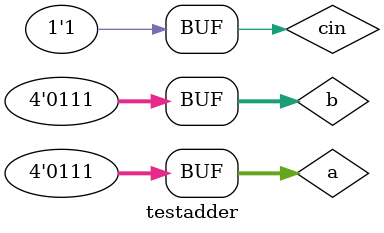
<source format=v>
`timescale 1ns / 1ps


module testadder;

	// Inputs
	reg [3:0] a;
	reg [3:0] b;
	reg cin;

	// Outputs
	wire [3:0] sum;
	wire cout;

	// Instantiate the Unit Under Test (UUT)
	adder_block uut (
		.a(a), 
		.b(b), 
		.cin(cin), 
		.sum(sum), 
		.cout(cout)
	);

	initial begin
		// Initialize Inputs
		a = 0;
		b = 0;
		cin = 0;

		// Wait 100 ns for global reset to finish
		#100;
        
		// Add stimulus here

a = 7;
		b = 7;
		cin = 0;
		
		#100;
		
		a = 7;
		b = 7;
		cin = 1;
		
		#100;
	end
      
endmodule


</source>
